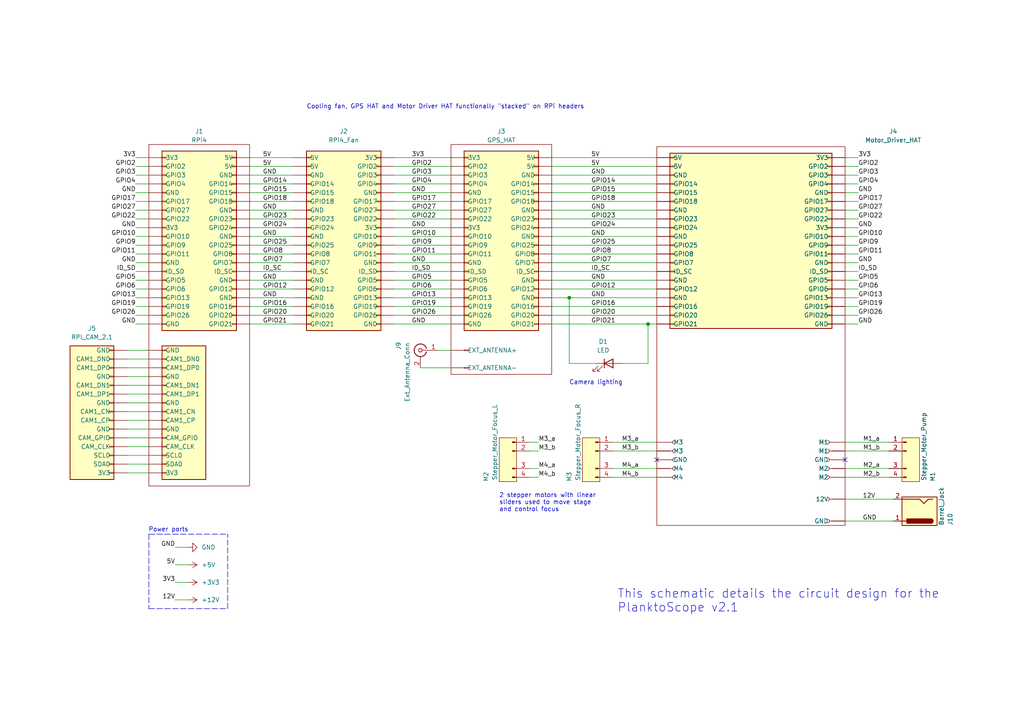
<source format=kicad_sch>
(kicad_sch (version 20211123) (generator eeschema)
  (paper "A4")
  (title_block (title "PlanktoScope Hardwarre") (rev "v2.1"))
  (lib_symbols
    (symbol "Conn_01x04_Male_1" (pin_names (offset 1.016) hide)
      (property "Reference" "J?" (at -1.2319 8.89 0))
      (property "Value" "Conn_01x04_Male_1" (at -1.2319 6.35 0))
      (symbol "Conn_01x04_Male_1_1_1"
        (pin passive line (at 5.08 2.54 180) (length 3.81) (name "Pin_1") (number "1"))
        (pin passive line (at 5.08 0 180) (length 3.81) (name "Pin_2") (number "2"))
        (pin passive line (at 5.08 -5.08 180) (length 3.81) (name "Pin_3") (number "3"))
        (pin passive line (at 5.08 -7.62 180) (length 3.81) (name "Pin_4") (number "4"))
      )
    )
    (symbol "Conn_01x15_1" (pin_numbers hide) (pin_names (offset 1.016))
      (property "Reference" "J?" (at -1.27 22.8601 0))
      (property "Value" "Conn_01x15" (at -1.27 20.3201 0))
      (symbol "Conn_01x15_1_1_1"
        (pin passive line (at -5.08 17.78 0) (length 3.81) (name "GND") (number "1"))
        (pin passive line (at -5.08 -5.08 0) (length 3.81) (name "GND") (number "10"))
        (pin passive line (at -5.08 -7.62 0) (length 3.81) (name "CAM_GPIO") (number "11"))
        (pin passive line (at -5.08 -10.16 0) (length 3.81) (name "CAM_CLK") (number "12"))
        (pin passive line (at -5.08 -12.7 0) (length 3.81) (name "SCL0") (number "13"))
        (pin passive line (at -5.08 -15.24 0) (length 3.81) (name "SDA0") (number "14"))
        (pin passive line (at -5.08 -17.78 0) (length 3.81) (name "3V3") (number "15"))
        (pin passive line (at -5.08 15.24 0) (length 3.81) (name "CAM1_DN0") (number "2"))
        (pin passive line (at -5.08 12.7 0) (length 3.81) (name "CAM1_DP0") (number "3"))
        (pin passive line (at -5.08 10.16 0) (length 3.81) (name "GND") (number "4"))
        (pin passive line (at -5.08 7.62 0) (length 3.81) (name "CAM1_DN1") (number "5"))
        (pin passive line (at -5.08 5.08 0) (length 3.81) (name "CAM1_DP1") (number "6"))
        (pin passive line (at -5.08 2.54 0) (length 3.81) (name "GND") (number "7"))
        (pin passive line (at -5.08 0 0) (length 3.81) (name "CAM1_CN") (number "8"))
        (pin passive line (at -5.08 -2.54 0) (length 3.81) (name "CAM1_CP") (number "9"))
      )
    )
    (symbol "Connector:Barrel_Jack" (pin_names (offset 1.016))
      (property "Reference" "J?" (at -6.35 -1.9051 0))
      (property "Value" "Barrel_Jack" (at -6.35 1.2699 0))
      (symbol "Barrel_Jack_1_1"
        (pin passive line (at 7.62 3.81 180) (length 2.54) (name "~") (number "1"))
        (pin passive line (at 7.62 -2.54 180) (length 2.54) (name "~") (number "2"))
      )
    )
    (symbol "Connector:Conn_Coaxial" (pin_names (offset 1.016) hide)
      (property "Reference" "J" (at 0.254 3.048 0))
      (property "Value" "Conn_Coaxial" (at 2.921 0 90))
      (symbol "Conn_Coaxial_1_1"
        (pin passive line (at -5.08 0 0) (length 2.54) (name "In") (number "1"))
        (pin passive line (at 0 -5.08 90) (length 2.54) (name "Ext") (number "2"))
      )
    )
    (symbol "Device:LED" (pin_numbers hide) (pin_names (offset 1.016) hide)
      (property "Reference" "D" (at 0 2.54 0))
      (property "Value" "LED" (at 0 -2.54 0))
      (symbol "LED_1_1"
        (pin passive line (at -3.81 0 0) (length 2.54) (name "K") (number "1"))
        (pin passive line (at 3.81 0 180) (length 2.54) (name "A") (number "2"))
      )
    )
    (symbol "RPi4_Conn_1" (pin_numbers hide) (pin_names (offset 1.016))
      (property "Reference" "J4" (at -19.05 30.48 0))
      (property "Value" "Motor_Driver_HAT" (at -19.05 27.94 0))
      (symbol "RPi4_Conn_1_1_1"
        (pin passive line (at -5.08 22.86 0) (length 3.81) (name "3V3") (number "1"))
        (pin passive line (at 49.53 12.7 180) (length 3.81) (name "GPIO15") (number "10"))
        (pin passive line (at -5.08 10.16 0) (length 3.81) (name "GPIO17") (number "11"))
        (pin passive line (at 49.53 10.16 180) (length 3.81) (name "GPIO18") (number "12"))
        (pin passive line (at -5.08 7.62 0) (length 3.81) (name "GPIO27") (number "13"))
        (pin passive line (at 49.53 7.62 180) (length 3.81) (name "GND") (number "14"))
        (pin passive line (at -5.08 5.08 0) (length 3.81) (name "GPIO22") (number "15"))
        (pin passive line (at 49.53 5.08 180) (length 3.81) (name "GPIO23") (number "16"))
        (pin passive line (at -5.08 2.54 0) (length 3.81) (name "3V3") (number "17"))
        (pin passive line (at 49.53 2.54 180) (length 3.81) (name "GPIO24") (number "18"))
        (pin passive line (at -5.08 0 0) (length 3.81) (name "GPIO10") (number "19"))
        (pin passive line (at 49.53 22.86 180) (length 3.81) (name "5V") (number "2"))
        (pin passive line (at 49.53 0 180) (length 3.81) (name "GND") (number "20"))
        (pin passive line (at -5.08 -2.54 0) (length 3.81) (name "GPIO9") (number "21"))
        (pin passive line (at 49.53 -2.54 180) (length 3.81) (name "GPIO25") (number "22"))
        (pin passive line (at -5.08 -5.08 0) (length 3.81) (name "GPIO11") (number "23"))
        (pin passive line (at 49.53 -5.08 180) (length 3.81) (name "GPIO8") (number "24"))
        (pin passive line (at -5.08 -7.62 0) (length 3.81) (name "GND") (number "25"))
        (pin passive line (at 49.53 -7.62 180) (length 3.81) (name "GPIO7") (number "26"))
        (pin passive line (at -5.08 -10.16 0) (length 3.81) (name "ID_SD") (number "27"))
        (pin passive line (at 49.53 -10.16 180) (length 3.81) (name "ID_SC") (number "28"))
        (pin passive line (at -5.08 -12.7 0) (length 3.81) (name "GPIO5") (number "29"))
        (pin passive line (at -5.08 20.32 0) (length 3.81) (name "GPIO2") (number "3"))
        (pin passive line (at 49.53 -12.7 180) (length 3.81) (name "GND") (number "30"))
        (pin passive line (at -5.08 -15.24 0) (length 3.81) (name "GPIO6") (number "31"))
        (pin passive line (at 49.53 -15.24 180) (length 3.81) (name "GPIO12") (number "32"))
        (pin passive line (at -5.08 -17.78 0) (length 3.81) (name "GPIO13") (number "33"))
        (pin passive line (at 49.53 -17.78 180) (length 3.81) (name "GND") (number "34"))
        (pin passive line (at -5.08 -20.32 0) (length 3.81) (name "GPIO19") (number "35"))
        (pin passive line (at 49.53 -20.32 180) (length 3.81) (name "GPIO16") (number "36"))
        (pin passive line (at -5.08 -22.86 0) (length 3.81) (name "GPIO26") (number "37"))
        (pin passive line (at 49.53 -22.86 180) (length 3.81) (name "GPIO20") (number "38"))
        (pin passive line (at -5.08 -25.4 0) (length 3.81) (name "GND") (number "39"))
        (pin passive line (at 49.53 20.32 180) (length 3.81) (name "5V") (number "4"))
        (pin passive line (at 49.53 -25.4 180) (length 3.81) (name "GPIO21") (number "40"))
        (pin passive line (at -5.08 -59.69 0) (length 3.81) (name "M1") (number "41"))
        (pin passive line (at -5.08 -62.23 0) (length 3.81) (name "M1") (number "42"))
        (pin passive line (at -5.08 -64.77 0) (length 3.81) (name "GND") (number "43"))
        (pin passive line (at -5.08 -67.31 0) (length 3.81) (name "M2") (number "44"))
        (pin passive line (at -5.08 -69.85 0) (length 3.81) (name "M2") (number "45"))
        (pin passive line (at 49.53 -59.69 180) (length 3.81) (name "M3") (number "46"))
        (pin passive line (at 49.53 -62.23 180) (length 3.81) (name "M3") (number "47"))
        (pin passive line (at 49.53 -64.77 180) (length 3.81) (name "GND") (number "48"))
        (pin passive line (at 49.53 -67.31 180) (length 3.81) (name "M4") (number "49"))
        (pin passive line (at -5.08 17.78 0) (length 3.81) (name "GPIO3") (number "5"))
        (pin passive line (at 49.53 -69.85 180) (length 3.81) (name "M4") (number "50"))
        (pin passive line (at -5.08 -76.2 0) (length 3.81) (name "12V") (number "51"))
        (pin passive line (at -5.08 -82.55 0) (length 3.81) (name "GND") (number "52"))
        (pin passive line (at 49.53 17.78 180) (length 3.81) (name "GND") (number "6"))
        (pin passive line (at -5.08 15.24 0) (length 3.81) (name "GPIO4") (number "7"))
        (pin passive line (at 49.53 15.24 180) (length 3.81) (name "GPIO14") (number "8"))
        (pin passive line (at -5.08 12.7 0) (length 3.81) (name "GND") (number "9"))
      )
    )
    (symbol "RPi4_Conn_2" (pin_numbers hide) (pin_names (offset 1.016))
      (property "Reference" "J1" (at -1.27 29.21 0))
      (property "Value" "RPi4" (at -1.27 26.67 0))
      (symbol "RPi4_Conn_2_1_1"
        (pin passive line (at -5.08 22.86 0) (length 3.81) (name "3V3") (number "1"))
        (pin passive line (at 24.13 12.7 180) (length 3.81) (name "GPIO15") (number "10"))
        (pin passive line (at -5.08 10.16 0) (length 3.81) (name "GPIO17") (number "11"))
        (pin passive line (at 24.13 10.16 180) (length 3.81) (name "GPIO18") (number "12"))
        (pin passive line (at -5.08 7.62 0) (length 3.81) (name "GPIO27") (number "13"))
        (pin passive line (at 24.13 7.62 180) (length 3.81) (name "GND") (number "14"))
        (pin passive line (at -5.08 5.08 0) (length 3.81) (name "GPIO22") (number "15"))
        (pin passive line (at 24.13 5.08 180) (length 3.81) (name "GPIO23") (number "16"))
        (pin passive line (at -5.08 2.54 0) (length 3.81) (name "3V3") (number "17"))
        (pin passive line (at 24.13 2.54 180) (length 3.81) (name "GPIO24") (number "18"))
        (pin passive line (at -5.08 0 0) (length 3.81) (name "GPIO10") (number "19"))
        (pin passive line (at 24.13 22.86 180) (length 3.81) (name "5V") (number "2"))
        (pin passive line (at 24.13 0 180) (length 3.81) (name "GND") (number "20"))
        (pin passive line (at -5.08 -2.54 0) (length 3.81) (name "GPIO9") (number "21"))
        (pin passive line (at 24.13 -2.54 180) (length 3.81) (name "GPIO25") (number "22"))
        (pin passive line (at -5.08 -5.08 0) (length 3.81) (name "GPIO11") (number "23"))
        (pin passive line (at 24.13 -5.08 180) (length 3.81) (name "GPIO8") (number "24"))
        (pin passive line (at -5.08 -7.62 0) (length 3.81) (name "GND") (number "25"))
        (pin passive line (at 24.13 -7.62 180) (length 3.81) (name "GPIO7") (number "26"))
        (pin passive line (at -5.08 -10.16 0) (length 3.81) (name "ID_SD") (number "27"))
        (pin passive line (at 24.13 -10.16 180) (length 3.81) (name "ID_SC") (number "28"))
        (pin passive line (at -5.08 -12.7 0) (length 3.81) (name "GPIO5") (number "29"))
        (pin passive line (at -5.08 20.32 0) (length 3.81) (name "GPIO2") (number "3"))
        (pin passive line (at 24.13 -12.7 180) (length 3.81) (name "GND") (number "30"))
        (pin passive line (at -5.08 -15.24 0) (length 3.81) (name "GPIO6") (number "31"))
        (pin passive line (at 24.13 -15.24 180) (length 3.81) (name "GPIO12") (number "32"))
        (pin passive line (at -5.08 -17.78 0) (length 3.81) (name "GPIO13") (number "33"))
        (pin passive line (at 24.13 -17.78 180) (length 3.81) (name "GND") (number "34"))
        (pin passive line (at -5.08 -20.32 0) (length 3.81) (name "GPIO19") (number "35"))
        (pin passive line (at 24.13 -20.32 180) (length 3.81) (name "GPIO16") (number "36"))
        (pin passive line (at -5.08 -22.86 0) (length 3.81) (name "GPIO26") (number "37"))
        (pin passive line (at 24.13 -22.86 180) (length 3.81) (name "GPIO20") (number "38"))
        (pin passive line (at -5.08 -25.4 0) (length 3.81) (name "GND") (number "39"))
        (pin passive line (at 24.13 20.32 180) (length 3.81) (name "5V") (number "4"))
        (pin passive line (at 24.13 -25.4 180) (length 3.81) (name "GPIO21") (number "40"))
        (pin passive line (at -5.08 17.78 0) (length 3.81) (name "GPIO3") (number "5"))
        (pin passive line (at 24.13 17.78 180) (length 3.81) (name "GND") (number "6"))
        (pin passive line (at -5.08 15.24 0) (length 3.81) (name "GPIO4") (number "7"))
        (pin passive line (at 24.13 15.24 180) (length 3.81) (name "GPIO14") (number "8"))
        (pin passive line (at -5.08 12.7 0) (length 3.81) (name "GND") (number "9"))
      )
    )
    (symbol "RPi4_Conn_3" (pin_numbers hide) (pin_names (offset 1.016))
      (property "Reference" "J1" (at 9.525 30.48 0))
      (property "Value" "RPi4_Conn_3" (at 9.525 27.94 0))
      (symbol "RPi4_Conn_3_1_1"
        (pin passive line (at -5.08 22.86 0) (length 3.81) (name "3V3") (number "1"))
        (pin passive line (at -5.08 -33.02 0) (length 3.81) (name "GND") (number "1"))
        (pin passive line (at -5.08 -55.88 0) (length 3.81) (name "GND") (number "10"))
        (pin passive line (at 24.13 12.7 180) (length 3.81) (name "GPIO15") (number "10"))
        (pin passive line (at -5.08 -58.42 0) (length 3.81) (name "CAM_GPIO") (number "11"))
        (pin passive line (at -5.08 10.16 0) (length 3.81) (name "GPIO17") (number "11"))
        (pin passive line (at -5.08 -60.96 0) (length 3.81) (name "CAM_CLK") (number "12"))
        (pin passive line (at 24.13 10.16 180) (length 3.81) (name "GPIO18") (number "12"))
        (pin passive line (at -5.08 7.62 0) (length 3.81) (name "GPIO27") (number "13"))
        (pin passive line (at -5.08 -63.5 0) (length 3.81) (name "SCL0") (number "13"))
        (pin passive line (at 24.13 7.62 180) (length 3.81) (name "GND") (number "14"))
        (pin passive line (at -5.08 -66.04 0) (length 3.81) (name "SDA0") (number "14"))
        (pin passive line (at -5.08 -68.58 0) (length 3.81) (name "3V3") (number "15"))
        (pin passive line (at -5.08 5.08 0) (length 3.81) (name "GPIO22") (number "15"))
        (pin passive line (at 24.13 5.08 180) (length 3.81) (name "GPIO23") (number "16"))
        (pin passive line (at -5.08 2.54 0) (length 3.81) (name "3V3") (number "17"))
        (pin passive line (at 24.13 2.54 180) (length 3.81) (name "GPIO24") (number "18"))
        (pin passive line (at -5.08 0 0) (length 3.81) (name "GPIO10") (number "19"))
        (pin passive line (at 24.13 22.86 180) (length 3.81) (name "5V") (number "2"))
        (pin passive line (at -5.08 -35.56 0) (length 3.81) (name "CAM1_DN0") (number "2"))
        (pin passive line (at 24.13 0 180) (length 3.81) (name "GND") (number "20"))
        (pin passive line (at -5.08 -2.54 0) (length 3.81) (name "GPIO9") (number "21"))
        (pin passive line (at 24.13 -2.54 180) (length 3.81) (name "GPIO25") (number "22"))
        (pin passive line (at -5.08 -5.08 0) (length 3.81) (name "GPIO11") (number "23"))
        (pin passive line (at 24.13 -5.08 180) (length 3.81) (name "GPIO8") (number "24"))
        (pin passive line (at -5.08 -7.62 0) (length 3.81) (name "GND") (number "25"))
        (pin passive line (at 24.13 -7.62 180) (length 3.81) (name "GPIO7") (number "26"))
        (pin passive line (at -5.08 -10.16 0) (length 3.81) (name "ID_SD") (number "27"))
        (pin passive line (at 24.13 -10.16 180) (length 3.81) (name "ID_SC") (number "28"))
        (pin passive line (at -5.08 -12.7 0) (length 3.81) (name "GPIO5") (number "29"))
        (pin passive line (at -5.08 -38.1 0) (length 3.81) (name "CAM1_DP0") (number "3"))
        (pin passive line (at -5.08 20.32 0) (length 3.81) (name "GPIO2") (number "3"))
        (pin passive line (at 24.13 -12.7 180) (length 3.81) (name "GND") (number "30"))
        (pin passive line (at -5.08 -15.24 0) (length 3.81) (name "GPIO6") (number "31"))
        (pin passive line (at 24.13 -15.24 180) (length 3.81) (name "GPIO12") (number "32"))
        (pin passive line (at -5.08 -17.78 0) (length 3.81) (name "GPIO13") (number "33"))
        (pin passive line (at 24.13 -17.78 180) (length 3.81) (name "GND") (number "34"))
        (pin passive line (at -5.08 -20.32 0) (length 3.81) (name "GPIO19") (number "35"))
        (pin passive line (at 24.13 -20.32 180) (length 3.81) (name "GPIO16") (number "36"))
        (pin passive line (at -5.08 -22.86 0) (length 3.81) (name "GPIO26") (number "37"))
        (pin passive line (at 24.13 -22.86 180) (length 3.81) (name "GPIO20") (number "38"))
        (pin passive line (at -5.08 -25.4 0) (length 3.81) (name "GND") (number "39"))
        (pin passive line (at 24.13 20.32 180) (length 3.81) (name "5V") (number "4"))
        (pin passive line (at -5.08 -40.64 0) (length 3.81) (name "GND") (number "4"))
        (pin passive line (at 24.13 -25.4 180) (length 3.81) (name "GPIO21") (number "40"))
        (pin passive line (at -5.08 -43.18 0) (length 3.81) (name "CAM1_DN1") (number "5"))
        (pin passive line (at -5.08 17.78 0) (length 3.81) (name "GPIO3") (number "5"))
        (pin passive line (at -5.08 -45.72 0) (length 3.81) (name "CAM1_DP1") (number "6"))
        (pin passive line (at 24.13 17.78 180) (length 3.81) (name "GND") (number "6"))
        (pin passive line (at -5.08 -48.26 0) (length 3.81) (name "GND") (number "7"))
        (pin passive line (at -5.08 15.24 0) (length 3.81) (name "GPIO4") (number "7"))
        (pin passive line (at -5.08 -50.8 0) (length 3.81) (name "CAM1_CN") (number "8"))
        (pin passive line (at 24.13 15.24 180) (length 3.81) (name "GPIO14") (number "8"))
        (pin passive line (at -5.08 -53.34 0) (length 3.81) (name "CAM1_CP") (number "9"))
        (pin passive line (at -5.08 12.7 0) (length 3.81) (name "GND") (number "9"))
      )
    )
    (symbol "RPi4_Conn_4" (pin_numbers hide) (pin_names (offset 1.016))
      (property "Reference" "J3" (at 9.525 30.48 0))
      (property "Value" "GPS_HAT" (at 9.525 27.94 0))
      (symbol "RPi4_Conn_4_1_1"
        (pin passive line (at -5.08 22.86 0) (length 3.81) (name "3V3") (number "1"))
        (pin passive line (at 24.13 12.7 180) (length 3.81) (name "GPIO15") (number "10"))
        (pin passive line (at -5.08 10.16 0) (length 3.81) (name "GPIO17") (number "11"))
        (pin passive line (at 24.13 10.16 180) (length 3.81) (name "GPIO18") (number "12"))
        (pin passive line (at -5.08 7.62 0) (length 3.81) (name "GPIO27") (number "13"))
        (pin passive line (at 24.13 7.62 180) (length 3.81) (name "GND") (number "14"))
        (pin passive line (at -5.08 5.08 0) (length 3.81) (name "GPIO22") (number "15"))
        (pin passive line (at 24.13 5.08 180) (length 3.81) (name "GPIO23") (number "16"))
        (pin passive line (at -5.08 2.54 0) (length 3.81) (name "3V3") (number "17"))
        (pin passive line (at 24.13 2.54 180) (length 3.81) (name "GPIO24") (number "18"))
        (pin passive line (at -5.08 0 0) (length 3.81) (name "GPIO10") (number "19"))
        (pin passive line (at 24.13 22.86 180) (length 3.81) (name "5V") (number "2"))
        (pin passive line (at 24.13 0 180) (length 3.81) (name "GND") (number "20"))
        (pin passive line (at -5.08 -2.54 0) (length 3.81) (name "GPIO9") (number "21"))
        (pin passive line (at 24.13 -2.54 180) (length 3.81) (name "GPIO25") (number "22"))
        (pin passive line (at -5.08 -5.08 0) (length 3.81) (name "GPIO11") (number "23"))
        (pin passive line (at 24.13 -5.08 180) (length 3.81) (name "GPIO8") (number "24"))
        (pin passive line (at -5.08 -7.62 0) (length 3.81) (name "GND") (number "25"))
        (pin passive line (at 24.13 -7.62 180) (length 3.81) (name "GPIO7") (number "26"))
        (pin passive line (at -5.08 -10.16 0) (length 3.81) (name "ID_SD") (number "27"))
        (pin passive line (at 24.13 -10.16 180) (length 3.81) (name "ID_SC") (number "28"))
        (pin passive line (at -5.08 -12.7 0) (length 3.81) (name "GPIO5") (number "29"))
        (pin passive line (at -5.08 20.32 0) (length 3.81) (name "GPIO2") (number "3"))
        (pin passive line (at 24.13 -12.7 180) (length 3.81) (name "GND") (number "30"))
        (pin passive line (at -5.08 -15.24 0) (length 3.81) (name "GPIO6") (number "31"))
        (pin passive line (at 24.13 -15.24 180) (length 3.81) (name "GPIO12") (number "32"))
        (pin passive line (at -5.08 -17.78 0) (length 3.81) (name "GPIO13") (number "33"))
        (pin passive line (at 24.13 -17.78 180) (length 3.81) (name "GND") (number "34"))
        (pin passive line (at -5.08 -20.32 0) (length 3.81) (name "GPIO19") (number "35"))
        (pin passive line (at 24.13 -20.32 180) (length 3.81) (name "GPIO16") (number "36"))
        (pin passive line (at -5.08 -33.02 0) (length 3.81) (name "EXT_ANTENNA+") (number "37"))
        (pin passive line (at -5.08 -22.86 0) (length 3.81) (name "GPIO26") (number "37"))
        (pin passive line (at 24.13 -22.86 180) (length 3.81) (name "GPIO20") (number "38"))
        (pin passive line (at -5.08 -38.1 0) (length 3.81) (name "EXT_ANTENNA-") (number "39"))
        (pin passive line (at -5.08 -25.4 0) (length 3.81) (name "GND") (number "39"))
        (pin passive line (at 24.13 20.32 180) (length 3.81) (name "5V") (number "4"))
        (pin passive line (at 24.13 -25.4 180) (length 3.81) (name "GPIO21") (number "40"))
        (pin passive line (at -5.08 17.78 0) (length 3.81) (name "GPIO3") (number "5"))
        (pin passive line (at 24.13 17.78 180) (length 3.81) (name "GND") (number "6"))
        (pin passive line (at -5.08 15.24 0) (length 3.81) (name "GPIO4") (number "7"))
        (pin passive line (at 24.13 15.24 180) (length 3.81) (name "GPIO14") (number "8"))
        (pin passive line (at -5.08 12.7 0) (length 3.81) (name "GND") (number "9"))
      )
    )
    (symbol "power:+12V" (power) (pin_names (offset 0))
      (property "Value" "+12V" (at 0 3.556 0))
      (symbol "+12V_1_1"
        (pin power_in line (at 0 0 90) (length 0) hide (name "+12V") (number "1"))
      )
    )
    (symbol "power:+3V3" (power) (pin_names (offset 0))
      (property "Value" "+3V3" (at 0 3.556 0))
      (symbol "+3V3_1_1"
        (pin power_in line (at 0 0 90) (length 0) hide (name "+3V3") (number "1"))
      )
    )
    (symbol "power:+5V" (power) (pin_names (offset 0))
      (property "Value" "+5V" (at 0 3.556 0))
      (symbol "+5V_1_1"
        (pin power_in line (at 0 0 90) (length 0) hide (name "+5V") (number "1"))
      )
    )
    (symbol "power:GND" (power) (pin_names (offset 0))
      (property "Value" "GND" (at 0 -3.81 0))
      (symbol "GND_1_1"
        (pin power_in line (at 0 0 270) (length 0) hide (name "GND") (number "1"))
      )
    )
  )
  (junction (at 165.1 86.36))
  (junction (at 187.96 93.98))
  (no_connect (at 245.11 133.35))
  (no_connect (at 190.5 133.35))
  (wire (pts (xy 43.18 58.42) (xy 39.37 58.42)))
  (wire (pts (xy 114.3 50.8) (xy 130.81 50.8)))
  (wire (pts (xy 245.11 93.98) (xy 248.92 93.98)))
  (wire (pts (xy 43.18 71.12) (xy 39.37 71.12)))
  (wire (pts (xy 36.83 124.46) (xy 43.18 124.46)))
  (wire (pts (xy 114.3 83.82) (xy 130.81 83.82)))
  (wire (pts (xy 36.83 132.08) (xy 43.18 132.08)))
  (wire (pts (xy 153.67 128.27) (xy 156.21 128.27)))
  (wire (pts (xy 36.83 137.16) (xy 43.18 137.16)))
  (wire (pts (xy 114.3 55.88) (xy 130.81 55.88)))
  (wire (pts (xy 72.39 93.98) (xy 85.09 93.98)))
  (wire (pts (xy 114.3 48.26) (xy 130.81 48.26)))
  (wire (pts (xy 72.39 48.26) (xy 85.09 48.26)))
  (wire (pts (xy 72.39 63.5) (xy 85.09 63.5)))
  (wire (pts (xy 245.11 45.72) (xy 248.92 45.72)))
  (wire (pts (xy 114.3 53.34) (xy 130.81 53.34)))
  (wire (pts (xy 165.1 105.41) (xy 165.1 86.36)))
  (wire (pts (xy 114.3 71.12) (xy 130.81 71.12)))
  (wire (pts (xy 114.3 88.9) (xy 130.81 88.9)))
  (wire (pts (xy 187.96 105.41) (xy 187.96 93.98)))
  (wire (pts (xy 153.67 130.81) (xy 156.21 130.81)))
  (wire (pts (xy 43.18 50.8) (xy 39.37 50.8)))
  (wire (pts (xy 43.18 48.26) (xy 39.37 48.26)))
  (wire (pts (xy 43.18 66.04) (xy 39.37 66.04)))
  (wire (pts (xy 72.39 71.12) (xy 85.09 71.12)))
  (wire (pts (xy 36.83 129.54) (xy 43.18 129.54)))
  (wire (pts (xy 177.8 135.89) (xy 190.5 135.89)))
  (wire (pts (xy 245.11 55.88) (xy 248.92 55.88)))
  (wire (pts (xy 160.02 48.26) (xy 190.5 48.26)))
  (wire (pts (xy 153.67 135.89) (xy 156.21 135.89)))
  (wire (pts (xy 114.3 45.72) (xy 130.81 45.72)))
  (wire (pts (xy 114.3 68.58) (xy 130.81 68.58)))
  (wire (pts (xy 121.92 106.68) (xy 130.81 106.68)))
  (wire (pts (xy 43.18 73.66) (xy 39.37 73.66)))
  (wire (pts (xy 72.39 88.9) (xy 85.09 88.9)))
  (wire (pts (xy 160.02 93.98) (xy 187.96 93.98)))
  (wire (pts (xy 160.02 76.2) (xy 190.5 76.2)))
  (wire (pts (xy 36.83 127) (xy 43.18 127)))
  (wire (pts (xy 72.39 55.88) (xy 85.09 55.88)))
  (wire (pts (xy 72.39 58.42) (xy 85.09 58.42)))
  (wire (pts (xy 245.11 63.5) (xy 248.92 63.5)))
  (wire (pts (xy 245.11 53.34) (xy 248.92 53.34)))
  (wire (pts (xy 114.3 91.44) (xy 130.81 91.44)))
  (wire (pts (xy 50.8 158.75) (xy 54.61 158.75)))
  (wire (pts (xy 36.83 116.84) (xy 43.18 116.84)))
  (wire (pts (xy 160.02 66.04) (xy 190.5 66.04)))
  (wire (pts (xy 43.18 83.82) (xy 39.37 83.82)))
  (wire (pts (xy 245.11 76.2) (xy 248.92 76.2)))
  (wire (pts (xy 72.39 45.72) (xy 85.09 45.72)))
  (wire (pts (xy 160.02 91.44) (xy 190.5 91.44)))
  (wire (pts (xy 43.18 63.5) (xy 39.37 63.5)))
  (wire (pts (xy 36.83 114.3) (xy 43.18 114.3)))
  (wire (pts (xy 257.81 138.43) (xy 245.11 138.43)))
  (wire (pts (xy 160.02 58.42) (xy 190.5 58.42)))
  (wire (pts (xy 245.11 151.13) (xy 259.08 151.13)))
  (wire (pts (xy 72.39 91.44) (xy 85.09 91.44)))
  (wire (pts (xy 72.39 66.04) (xy 85.09 66.04)))
  (wire (pts (xy 160.02 60.96) (xy 190.5 60.96)))
  (polyline (pts (xy 43.18 154.94) (xy 43.18 176.53)))
  (wire (pts (xy 50.8 173.99) (xy 54.61 173.99)))
  (wire (pts (xy 43.18 78.74) (xy 39.37 78.74)))
  (wire (pts (xy 245.11 144.78) (xy 259.08 144.78)))
  (wire (pts (xy 257.81 130.81) (xy 245.11 130.81)))
  (wire (pts (xy 50.8 168.91) (xy 54.61 168.91)))
  (wire (pts (xy 114.3 63.5) (xy 130.81 63.5)))
  (wire (pts (xy 50.8 163.83) (xy 54.61 163.83)))
  (wire (pts (xy 43.18 55.88) (xy 39.37 55.88)))
  (wire (pts (xy 43.18 86.36) (xy 39.37 86.36)))
  (wire (pts (xy 43.18 53.34) (xy 39.37 53.34)))
  (wire (pts (xy 245.11 78.74) (xy 248.92 78.74)))
  (wire (pts (xy 245.11 60.96) (xy 248.92 60.96)))
  (wire (pts (xy 72.39 78.74) (xy 85.09 78.74)))
  (wire (pts (xy 114.3 93.98) (xy 130.81 93.98)))
  (wire (pts (xy 114.3 58.42) (xy 130.81 58.42)))
  (wire (pts (xy 245.11 81.28) (xy 248.92 81.28)))
  (wire (pts (xy 72.39 83.82) (xy 85.09 83.82)))
  (wire (pts (xy 187.96 93.98) (xy 190.5 93.98)))
  (wire (pts (xy 114.3 81.28) (xy 130.81 81.28)))
  (wire (pts (xy 257.81 128.27) (xy 245.11 128.27)))
  (wire (pts (xy 160.02 81.28) (xy 190.5 81.28)))
  (wire (pts (xy 160.02 73.66) (xy 190.5 73.66)))
  (wire (pts (xy 114.3 76.2) (xy 130.81 76.2)))
  (wire (pts (xy 165.1 86.36) (xy 190.5 86.36)))
  (wire (pts (xy 36.83 134.62) (xy 43.18 134.62)))
  (wire (pts (xy 43.18 60.96) (xy 39.37 60.96)))
  (wire (pts (xy 43.18 45.72) (xy 39.37 45.72)))
  (wire (pts (xy 245.11 73.66) (xy 248.92 73.66)))
  (wire (pts (xy 114.3 73.66) (xy 130.81 73.66)))
  (wire (pts (xy 36.83 119.38) (xy 43.18 119.38)))
  (wire (pts (xy 72.39 68.58) (xy 85.09 68.58)))
  (polyline (pts (xy 43.18 154.94) (xy 66.04 154.94)))
  (wire (pts (xy 43.18 91.44) (xy 39.37 91.44)))
  (wire (pts (xy 43.18 88.9) (xy 39.37 88.9)))
  (wire (pts (xy 43.18 93.98) (xy 39.37 93.98)))
  (wire (pts (xy 245.11 58.42) (xy 248.92 58.42)))
  (wire (pts (xy 177.8 130.81) (xy 190.5 130.81)))
  (wire (pts (xy 114.3 78.74) (xy 130.81 78.74)))
  (wire (pts (xy 177.8 128.27) (xy 190.5 128.27)))
  (wire (pts (xy 257.81 135.89) (xy 245.11 135.89)))
  (wire (pts (xy 180.34 105.41) (xy 187.96 105.41)))
  (wire (pts (xy 72.39 81.28) (xy 85.09 81.28)))
  (wire (pts (xy 43.18 76.2) (xy 39.37 76.2)))
  (wire (pts (xy 153.67 138.43) (xy 156.21 138.43)))
  (wire (pts (xy 114.3 86.36) (xy 130.81 86.36)))
  (wire (pts (xy 36.83 121.92) (xy 43.18 121.92)))
  (wire (pts (xy 127 101.6) (xy 130.81 101.6)))
  (wire (pts (xy 160.02 45.72) (xy 190.5 45.72)))
  (wire (pts (xy 72.39 50.8) (xy 85.09 50.8)))
  (wire (pts (xy 172.72 105.41) (xy 165.1 105.41)))
  (wire (pts (xy 72.39 76.2) (xy 85.09 76.2)))
  (wire (pts (xy 160.02 53.34) (xy 190.5 53.34)))
  (wire (pts (xy 160.02 63.5) (xy 190.5 63.5)))
  (wire (pts (xy 43.18 81.28) (xy 39.37 81.28)))
  (wire (pts (xy 114.3 60.96) (xy 130.81 60.96)))
  (wire (pts (xy 245.11 48.26) (xy 248.92 48.26)))
  (wire (pts (xy 160.02 50.8) (xy 190.5 50.8)))
  (polyline (pts (xy 66.04 176.53) (xy 66.04 154.94)))
  (wire (pts (xy 245.11 66.04) (xy 248.92 66.04)))
  (wire (pts (xy 160.02 78.74) (xy 190.5 78.74)))
  (wire (pts (xy 245.11 83.82) (xy 248.92 83.82)))
  (wire (pts (xy 245.11 68.58) (xy 248.92 68.58)))
  (wire (pts (xy 160.02 68.58) (xy 190.5 68.58)))
  (wire (pts (xy 72.39 53.34) (xy 85.09 53.34)))
  (wire (pts (xy 245.11 71.12) (xy 248.92 71.12)))
  (wire (pts (xy 160.02 83.82) (xy 190.5 83.82)))
  (wire (pts (xy 177.8 138.43) (xy 190.5 138.43)))
  (wire (pts (xy 114.3 66.04) (xy 130.81 66.04)))
  (wire (pts (xy 245.11 88.9) (xy 248.92 88.9)))
  (wire (pts (xy 160.02 71.12) (xy 190.5 71.12)))
  (wire (pts (xy 160.02 86.36) (xy 165.1 86.36)))
  (wire (pts (xy 36.83 106.68) (xy 43.18 106.68)))
  (wire (pts (xy 36.83 109.22) (xy 43.18 109.22)))
  (wire (pts (xy 36.83 111.76) (xy 43.18 111.76)))
  (wire (pts (xy 245.11 86.36) (xy 248.92 86.36)))
  (polyline (pts (xy 43.18 176.53) (xy 66.04 176.53)))
  (wire (pts (xy 43.18 68.58) (xy 39.37 68.58)))
  (wire (pts (xy 245.11 91.44) (xy 248.92 91.44)))
  (wire (pts (xy 36.83 101.6) (xy 43.18 101.6)))
  (wire (pts (xy 245.11 50.8) (xy 248.92 50.8)))
  (wire (pts (xy 72.39 60.96) (xy 85.09 60.96)))
  (wire (pts (xy 160.02 88.9) (xy 190.5 88.9)))
  (wire (pts (xy 160.02 55.88) (xy 190.5 55.88)))
  (wire (pts (xy 72.39 86.36) (xy 85.09 86.36)))
  (wire (pts (xy 36.83 104.14) (xy 43.18 104.14)))
  (wire (pts (xy 72.39 73.66) (xy 85.09 73.66)))
  (text "Cooling fan, GPS HAT and Motor Driver HAT functionally \"stacked\" on RPi headers" (at 88.9 31.75 0) (effects (font (size 1.27 1.27)) (justify left bottom)))
  (text "Camera lighting" (at 165.1 111.76 0) (effects (font (size 1.27 1.27)) (justify left bottom)))
  (text "This schematic details the circuit design for the \nPlanktoScope v2.1\n" (at 179.07 177.8 0) (effects (font (size 2.5 2.5)) (justify left bottom)))
  (text "Power ports\n" (at 43.0572 154.4359 0) (effects (font (size 1.27 1.27)) (justify left bottom)))
  (text "2 stepper motors with linear \nsliders used to move stage \nand control focus" (at 144.78 148.59 0) (effects (font (size 1.27 1.27)) (justify left bottom)))
  (label "ID_SC" (at 76.2 78.74 0))
  (label "GPIO6" (at 248.92 83.82 0))
  (label "GPIO17" (at 248.92 58.42 0))
  (label "GPIO11" (at 39.37 73.66 180))
  (label "GPIO25" (at 76.2 71.12 0))
  (label "GND" (at 248.92 76.2 0))
  (label "GPIO17" (at 119.38 58.42 0))
  (label "GPIO13" (at 248.92 86.36 0))
  (label "GPIO21" (at 76.2 93.98 0))
  (label "GND" (at 171.45 60.96 0))
  (label "GND" (at 171.45 68.58 0))
  (label "M2_b" (at 255.27 138.43 180))
  (label "GPIO7" (at 76.2 76.2 0))
  (label "GND" (at 119.38 66.04 0))
  (label "GND" (at 250.19 151.13 0))
  (label "GPIO26" (at 39.37 91.44 180))
  (label "GPIO5" (at 39.37 81.28 180))
  (label "GND" (at 248.92 66.04 0))
  (label "GPIO8" (at 76.2 73.66 0))
  (label "M3_a" (at 180.34 128.27 0))
  (label "GPIO16" (at 76.2 88.9 0))
  (label "GND" (at 76.2 68.58 0))
  (label "GPIO15" (at 76.2 55.88 0))
  (label "GPIO3" (at 248.92 50.8 0))
  (label "GPIO10" (at 248.92 68.58 0))
  (label "3V3" (at 119.38 45.72 0))
  (label "GPIO4" (at 248.92 53.34 0))
  (label "M3_a" (at 156.21 128.27 0))
  (label "M1_a" (at 255.27 128.27 180))
  (label "M4_a" (at 156.21 135.89 0))
  (label "GPIO2" (at 39.37 48.26 180))
  (label "GPIO13" (at 119.38 86.36 0))
  (label "GPIO6" (at 39.37 83.82 180))
  (label "GPIO25" (at 171.45 71.12 0))
  (label "GPIO19" (at 39.37 88.9 180))
  (label "GPIO5" (at 119.38 81.28 0))
  (label "GPIO2" (at 119.38 48.26 0))
  (label "ID_SD" (at 119.38 78.74 0))
  (label "GPIO23" (at 171.45 63.5 0))
  (label "5V" (at 171.45 48.26 0))
  (label "GPIO9" (at 39.37 71.12 180))
  (label "GND" (at 76.2 81.28 0))
  (label "GPIO20" (at 171.45 91.44 0))
  (label "GPIO22" (at 248.92 63.5 0))
  (label "GPIO18" (at 76.2 58.42 0))
  (label "GND" (at 50.8 158.75 180))
  (label "12V" (at 250.19 144.78 0))
  (label "GPIO8" (at 171.45 73.66 0))
  (label "GPIO23" (at 76.2 63.5 0))
  (label "GND" (at 76.2 60.96 0))
  (label "GND" (at 76.2 86.36 0))
  (label "3V3" (at 39.37 45.72 180))
  (label "M4_b" (at 156.21 138.43 0))
  (label "GPIO24" (at 76.2 66.04 0))
  (label "GPIO5" (at 248.92 81.28 0))
  (label "GPIO24" (at 171.45 66.04 0))
  (label "GND" (at 248.92 93.98 0))
  (label "GPIO27" (at 39.37 60.96 180))
  (label "GPIO4" (at 39.37 53.34 180))
  (label "GPIO27" (at 248.92 60.96 0))
  (label "GPIO10" (at 119.38 68.58 0))
  (label "GND" (at 76.2 50.8 0))
  (label "GPIO11" (at 248.92 73.66 0))
  (label "5V" (at 76.2 48.26 0))
  (label "GPIO6" (at 119.38 83.82 0))
  (label "GPIO26" (at 248.92 91.44 0))
  (label "GPIO2" (at 248.92 48.26 0))
  (label "M1_b" (at 255.27 130.81 180))
  (label "GPIO9" (at 248.92 71.12 0))
  (label "GPIO17" (at 39.37 58.42 180))
  (label "GND" (at 171.45 86.36 0))
  (label "3V3" (at 248.92 45.72 0))
  (label "GPIO21" (at 171.45 93.98 0))
  (label "M4_a" (at 180.34 135.89 0))
  (label "GPIO3" (at 119.38 50.8 0))
  (label "GND" (at 39.37 66.04 180))
  (label "GPIO7" (at 171.45 76.2 0))
  (label "GPIO20" (at 76.2 91.44 0))
  (label "GND" (at 39.37 55.88 180))
  (label "GND" (at 248.92 55.88 0))
  (label "ID_SD" (at 39.37 78.74 180))
  (label "GPIO11" (at 119.38 73.66 0))
  (label "GPIO14" (at 76.2 53.34 0))
  (label "GPIO10" (at 39.37 68.58 180))
  (label "GPIO19" (at 119.38 88.9 0))
  (label "3V3" (at 50.8 168.91 180))
  (label "M4_b" (at 180.34 138.43 0))
  (label "GND" (at 39.37 93.98 180))
  (label "GPIO19" (at 248.92 88.9 0))
  (label "GPIO14" (at 171.45 53.34 0))
  (label "GND" (at 119.38 76.2 0))
  (label "GPIO9" (at 119.38 71.12 0))
  (label "5V" (at 50.8 163.83 180))
  (label "GPIO3" (at 39.37 50.8 180))
  (label "GPIO12" (at 171.45 83.82 0))
  (label "GPIO22" (at 39.37 63.5 180))
  (label "GND" (at 171.45 81.28 0))
  (label "GND" (at 119.38 93.98 0))
  (label "GPIO15" (at 171.45 55.88 0))
  (label "GPIO22" (at 119.38 63.5 0))
  (label "GPIO18" (at 171.45 58.42 0))
  (label "ID_SC" (at 171.45 78.74 0))
  (label "GND" (at 119.38 55.88 0))
  (label "GPIO4" (at 119.38 53.34 0))
  (label "GPIO27" (at 119.38 60.96 0))
  (label "GPIO26" (at 119.38 91.44 0))
  (label "M3_b" (at 180.34 130.81 0))
  (label "GND" (at 171.45 50.8 0))
  (label "GND" (at 39.37 76.2 180))
  (label "ID_SD" (at 248.92 78.74 0))
  (label "5V" (at 171.45 45.72 0))
  (label "M3_b" (at 156.21 130.81 0))
  (label "GPIO12" (at 76.2 83.82 0))
  (label "GPIO13" (at 39.37 86.36 180))
  (label "GPIO16" (at 171.45 88.9 0))
  (label "5V" (at 76.2 45.72 0))
  (label "M2_a" (at 255.27 135.89 180))
  (label "12V" (at 50.8 173.99 180))
  (symbol (lib_name "RPi4_Conn_3") (lib_id "Custom:RPi4_Conn") (at 48.26 68.58 0) (unit 1)
    (property "Reference" "J1" (at 57.785 38.1 0))
    (property "Value" "RPi4" (at 57.785 40.64 0))
  )
  (symbol (lib_id "power:+12V") (at 54.61 173.99 270) (unit 1)
    (property "Reference" "#PWR04" (effects hide))
    (property "Value" "+12V" (at 58.42 173.9899 90) (effects (justify left)))
  )
  (symbol (lib_name "Conn_01x04_Male_1") (lib_id "Connector:Conn_01x04_Male") (at 172.72 130.81 0) (unit 1)
    (property "Reference" "M3" (at 165.1 139.7 90) (effects (justify left)))
    (property "Value" "Stepper_Motor_Focus_R" (at 167.64 128.27 90))
  )
  (symbol (lib_id "power:+3V3") (at 54.61 168.91 270) (unit 1)
    (property "Reference" "#PWR03" (effects hide))
    (property "Value" "+3V3" (at 58.42 168.9099 90) (effects (justify left)))
  )
  (symbol (lib_id "power:GND") (at 54.61 158.75 90) (unit 1)
    (property "Reference" "#PWR01" (effects hide))
    (property "Value" "GND" (at 58.42 158.7499 90) (effects (justify right)))
  )
  (symbol (lib_id "Connector:Barrel_Jack") (at 266.7 147.32 180) (unit 1)
    (property "Reference" "J10" (at 275.59 152.4 90) (effects (justify right)))
    (property "Value" "Barrel_Jack" (at 273.05 152.4 90) (effects (justify right)))
  )
  (symbol (lib_name "Conn_01x04_Male_1") (lib_id "Connector:Conn_01x04_Male") (at 148.59 130.81 0) (unit 1)
    (property "Reference" "M2" (at 140.97 139.7 90) (effects (justify left)))
    (property "Value" "Stepper_Motor_Focus_L" (at 143.51 128.27 90))
  )
  (symbol (lib_name "RPi4_Conn_4") (lib_id "Custom:RPi4_Conn") (at 135.89 68.58 0) (unit 1)
    (property "Reference" "J3" (at 145.415 38.1 0))
    (property "Value" "GPS_HAT" (at 145.415 40.64 0))
  )
  (symbol (lib_id "power:+5V") (at 54.61 163.83 270) (unit 1)
    (property "Reference" "#PWR02" (effects hide))
    (property "Value" "+5V" (at 58.42 163.8299 90) (effects (justify left)))
  )
  (symbol (lib_name "Conn_01x04_Male_1") (lib_id "Connector:Conn_01x04_Male") (at 262.89 130.81 0) (mirror y) (unit 1)
    (property "Reference" "M1" (at 270.51 139.7 90) (effects (justify left)))
    (property "Value" "Stepper_Motor_Pump" (at 267.97 129.54 90))
  )
  (symbol (lib_name "RPi4_Conn_2") (lib_id "Custom:RPi4_Conn") (at 109.22 68.58 0) (mirror y) (unit 1)
    (property "Reference" "J2" (at 99.695 38.1 0))
    (property "Value" "RPi4_Fan" (at 99.695 40.64 0))
  )
  (symbol (lib_name "RPi4_Conn_1") (lib_id "Custom:RPi4_Conn") (at 240.03 68.58 0) (mirror y) (unit 1)
    (property "Reference" "J4" (at 259.08 38.1 0))
    (property "Value" "Motor_Driver_HAT" (at 259.08 40.64 0))
  )
  (symbol (lib_id "Connector:Conn_Coaxial") (at 121.92 101.6 0) (mirror y) (unit 1)
    (property "Reference" "J9" (at 115.57 100.33 90))
    (property "Value" "Ext_Antenna_Conn" (at 118.11 107.95 90))
    (property "Datasheet" " ~" (effects hide))
  )
  (symbol (lib_name "Conn_01x15_1") (lib_id "Connector_Generic:Conn_01x15") (at 31.75 119.38 0) (mirror y) (unit 1)
    (property "Reference" "J5" (at 26.67 95.25 0))
    (property "Value" "RPI_CAM_2.1" (at 26.67 97.79 0))
  )
  (symbol (lib_id "Device:LED") (at 176.53 105.41 0) (unit 1)
    (property "Reference" "D1" (at 174.9425 99.06 0))
    (property "Value" "LED" (at 174.9425 101.6 0))
  )
  (sheet (at 306.07 224.79) (size 300.99 201.93) (stroke (width 0.1524))
    (property "Sheet name" "PSJetsonFD" (at 306.07 224.0784 0) (effects (justify left bottom)))
    (property "Sheet file" "PSJetsonFD.kicad_sch" (at 306.07 427.3046 0) (effects (justify left top)))
  )
  (sheet (at 304.8 0) (size 302.26 210.82) (stroke (width 0.1524))
    (property "Sheet name" "PSJetson" (at 304.8 -0.7116 0) (effects (justify left bottom)))
    (property "Sheet file" "PSJetson.kicad_sch" (at 304.8 211.4046 0) (effects (justify left top)))
  )
  (sheet (at 0 226.06) (size 289.56 203.2) (stroke (width 0.1524))
    (property "Sheet name" "PlanktoScopev26" (at 0 225.3484 0) (effects (justify left bottom)))
    (property "Sheet file" "PlanktoScopev26.kicad_sch" (at 0 429.8446 0) (effects (justify left top)))
  )
)
</source>
